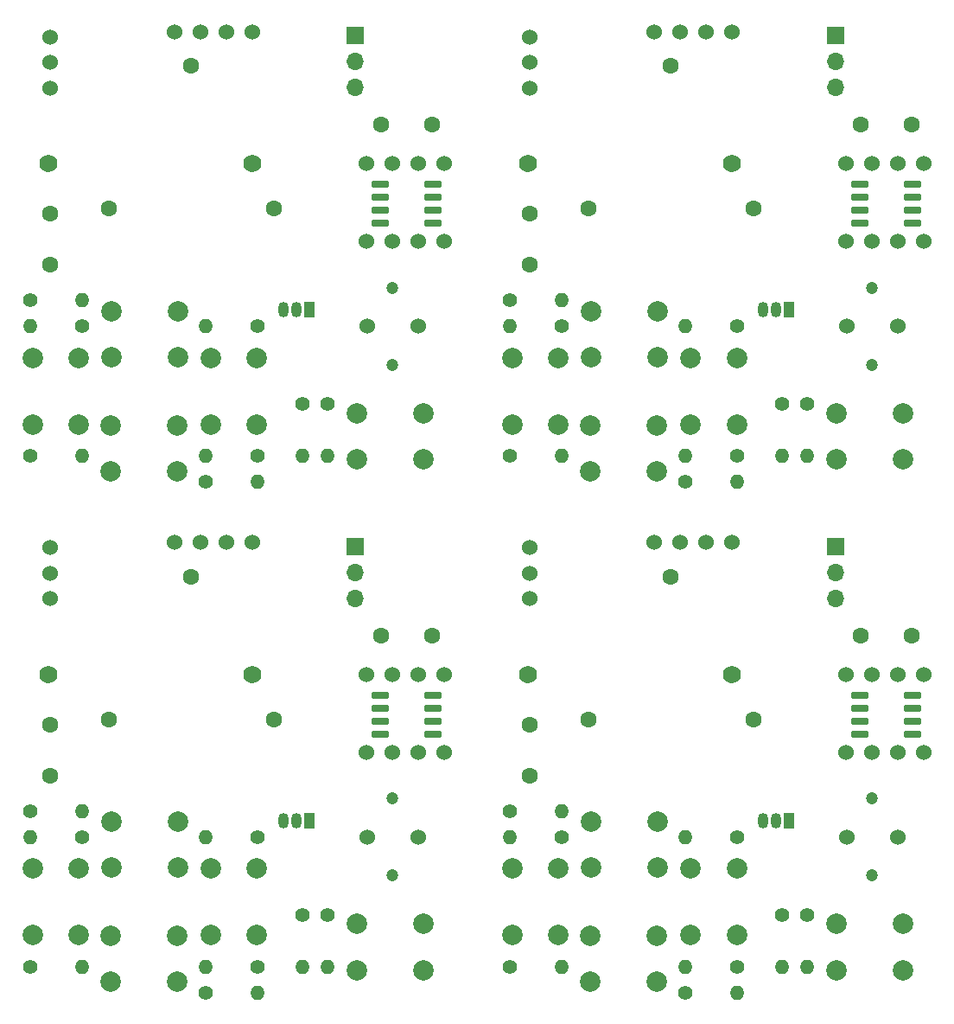
<source format=gts>
%TF.GenerationSoftware,KiCad,Pcbnew,7.0.10-7.0.10~ubuntu22.04.1*%
%TF.CreationDate,2024-01-24T15:57:41+09:00*%
%TF.ProjectId,pcb-ch32-minigameconsole-panelize,7063622d-6368-4333-922d-6d696e696761,rev?*%
%TF.SameCoordinates,Original*%
%TF.FileFunction,Soldermask,Top*%
%TF.FilePolarity,Negative*%
%FSLAX46Y46*%
G04 Gerber Fmt 4.6, Leading zero omitted, Abs format (unit mm)*
G04 Created by KiCad (PCBNEW 7.0.10-7.0.10~ubuntu22.04.1) date 2024-01-24 15:57:41*
%MOMM*%
%LPD*%
G01*
G04 APERTURE LIST*
G04 Aperture macros list*
%AMRoundRect*
0 Rectangle with rounded corners*
0 $1 Rounding radius*
0 $2 $3 $4 $5 $6 $7 $8 $9 X,Y pos of 4 corners*
0 Add a 4 corners polygon primitive as box body*
4,1,4,$2,$3,$4,$5,$6,$7,$8,$9,$2,$3,0*
0 Add four circle primitives for the rounded corners*
1,1,$1+$1,$2,$3*
1,1,$1+$1,$4,$5*
1,1,$1+$1,$6,$7*
1,1,$1+$1,$8,$9*
0 Add four rect primitives between the rounded corners*
20,1,$1+$1,$2,$3,$4,$5,0*
20,1,$1+$1,$4,$5,$6,$7,0*
20,1,$1+$1,$6,$7,$8,$9,0*
20,1,$1+$1,$8,$9,$2,$3,0*%
G04 Aperture macros list end*
%ADD10C,2.000000*%
%ADD11R,1.050000X1.500000*%
%ADD12O,1.050000X1.500000*%
%ADD13C,1.524000*%
%ADD14C,1.200000*%
%ADD15RoundRect,0.150000X-0.725000X-0.150000X0.725000X-0.150000X0.725000X0.150000X-0.725000X0.150000X0*%
%ADD16C,1.600000*%
%ADD17C,1.400000*%
%ADD18O,1.400000X1.400000*%
%ADD19R,1.700000X1.700000*%
%ADD20O,1.700000X1.700000*%
%ADD21C,1.762000*%
G04 APERTURE END LIST*
D10*
%TO.C,SW2*%
X86723000Y-99332000D03*
X93223000Y-99332000D03*
X86723000Y-103832000D03*
X93223000Y-103832000D03*
%TD*%
%TO.C,SW4*%
X96450000Y-110420000D03*
X96450000Y-103920000D03*
X100950000Y-110420000D03*
X100950000Y-103920000D03*
%TD*%
D11*
%TO.C,Q1*%
X59102000Y-49190000D03*
D12*
X57832000Y-49190000D03*
X56562000Y-49190000D03*
%TD*%
D10*
%TO.C,SW2*%
X86723000Y-49332000D03*
X93223000Y-49332000D03*
X86723000Y-53832000D03*
X93223000Y-53832000D03*
%TD*%
D13*
%TO.C,SW1*%
X33655000Y-77500000D03*
X33655000Y-75000000D03*
X33655000Y-72500000D03*
%TD*%
%TO.C,U2*%
X92875000Y-22000000D03*
X95415000Y-22000000D03*
X97955000Y-22000000D03*
X100495000Y-22000000D03*
%TD*%
%TO.C,U2*%
X45875000Y-22000000D03*
X48415000Y-22000000D03*
X50955000Y-22000000D03*
X53495000Y-22000000D03*
%TD*%
D10*
%TO.C,SW2*%
X39723000Y-49332000D03*
X46223000Y-49332000D03*
X39723000Y-53832000D03*
X46223000Y-53832000D03*
%TD*%
D13*
%TO.C,SW1*%
X33655000Y-27500000D03*
X33655000Y-25000000D03*
X33655000Y-22500000D03*
%TD*%
D10*
%TO.C,SW6*%
X110726000Y-59345000D03*
X117226000Y-59345000D03*
X110726000Y-63845000D03*
X117226000Y-63845000D03*
%TD*%
D14*
%TO.C,LS1*%
X67230000Y-47070000D03*
X67230000Y-54570000D03*
D13*
X64730000Y-50820000D03*
X69730000Y-50820000D03*
%TD*%
%TO.C,U1*%
X111649000Y-42545000D03*
D15*
X113028000Y-36924000D03*
D13*
X114189000Y-42545000D03*
D15*
X113028000Y-38194000D03*
D13*
X116729000Y-42545000D03*
D15*
X113028000Y-39464000D03*
D13*
X119269000Y-42545000D03*
D15*
X113028000Y-40734000D03*
X118178000Y-40734000D03*
D13*
X119269000Y-34925000D03*
D15*
X118178000Y-39464000D03*
D13*
X116729000Y-34925000D03*
D15*
X118178000Y-38194000D03*
D13*
X114189000Y-34925000D03*
D15*
X118178000Y-36924000D03*
D13*
X111649000Y-34925000D03*
%TD*%
D10*
%TO.C,SW2*%
X39723000Y-99332000D03*
X46223000Y-99332000D03*
X39723000Y-103832000D03*
X46223000Y-103832000D03*
%TD*%
D13*
%TO.C,U1*%
X111649000Y-92545000D03*
D15*
X113028000Y-86924000D03*
D13*
X114189000Y-92545000D03*
D15*
X113028000Y-88194000D03*
D13*
X116729000Y-92545000D03*
D15*
X113028000Y-89464000D03*
D13*
X119269000Y-92545000D03*
D15*
X113028000Y-90734000D03*
X118178000Y-90734000D03*
D13*
X119269000Y-84925000D03*
D15*
X118178000Y-89464000D03*
D13*
X116729000Y-84925000D03*
D15*
X118178000Y-88194000D03*
D13*
X114189000Y-84925000D03*
D15*
X118178000Y-86924000D03*
D13*
X111649000Y-84925000D03*
%TD*%
D10*
%TO.C,SW3*%
X86596000Y-110508000D03*
X93096000Y-110508000D03*
X86596000Y-115008000D03*
X93096000Y-115008000D03*
%TD*%
%TO.C,SW3*%
X39596000Y-110508000D03*
X46096000Y-110508000D03*
X39596000Y-115008000D03*
X46096000Y-115008000D03*
%TD*%
%TO.C,SW3*%
X86596000Y-60508000D03*
X93096000Y-60508000D03*
X86596000Y-65008000D03*
X93096000Y-65008000D03*
%TD*%
%TO.C,SW4*%
X49450000Y-110420000D03*
X49450000Y-103920000D03*
X53950000Y-110420000D03*
X53950000Y-103920000D03*
%TD*%
D16*
%TO.C,C2*%
X80655000Y-94831000D03*
X80655000Y-89831000D03*
%TD*%
D11*
%TO.C,Q1*%
X106102000Y-49190000D03*
D12*
X104832000Y-49190000D03*
X103562000Y-49190000D03*
%TD*%
D16*
%TO.C,C2*%
X80655000Y-44831000D03*
X80655000Y-39831000D03*
%TD*%
D14*
%TO.C,LS1*%
X114230000Y-97070000D03*
X114230000Y-104570000D03*
D13*
X111730000Y-100820000D03*
X116730000Y-100820000D03*
%TD*%
%TO.C,U2*%
X45875000Y-72000000D03*
X48415000Y-72000000D03*
X50955000Y-72000000D03*
X53495000Y-72000000D03*
%TD*%
D10*
%TO.C,SW5*%
X78996000Y-60420000D03*
X78996000Y-53920000D03*
X83496000Y-60420000D03*
X83496000Y-53920000D03*
%TD*%
%TO.C,SW6*%
X110726000Y-109345000D03*
X117226000Y-109345000D03*
X110726000Y-113845000D03*
X117226000Y-113845000D03*
%TD*%
D11*
%TO.C,Q1*%
X106102000Y-99190000D03*
D12*
X104832000Y-99190000D03*
X103562000Y-99190000D03*
%TD*%
D11*
%TO.C,Q1*%
X59102000Y-99190000D03*
D12*
X57832000Y-99190000D03*
X56562000Y-99190000D03*
%TD*%
D13*
%TO.C,SW1*%
X80655000Y-77500000D03*
X80655000Y-75000000D03*
X80655000Y-72500000D03*
%TD*%
%TO.C,SW1*%
X80655000Y-27500000D03*
X80655000Y-25000000D03*
X80655000Y-22500000D03*
%TD*%
D10*
%TO.C,SW4*%
X96450000Y-60420000D03*
X96450000Y-53920000D03*
X100950000Y-60420000D03*
X100950000Y-53920000D03*
%TD*%
%TO.C,SW3*%
X39596000Y-60508000D03*
X46096000Y-60508000D03*
X39596000Y-65008000D03*
X46096000Y-65008000D03*
%TD*%
D13*
%TO.C,U2*%
X92875000Y-72000000D03*
X95415000Y-72000000D03*
X97955000Y-72000000D03*
X100495000Y-72000000D03*
%TD*%
D10*
%TO.C,SW4*%
X49450000Y-60420000D03*
X49450000Y-53920000D03*
X53950000Y-60420000D03*
X53950000Y-53920000D03*
%TD*%
D14*
%TO.C,LS1*%
X114230000Y-47070000D03*
X114230000Y-54570000D03*
D13*
X111730000Y-50820000D03*
X116730000Y-50820000D03*
%TD*%
D10*
%TO.C,SW6*%
X63726000Y-109345000D03*
X70226000Y-109345000D03*
X63726000Y-113845000D03*
X70226000Y-113845000D03*
%TD*%
%TO.C,SW5*%
X31996000Y-110420000D03*
X31996000Y-103920000D03*
X36496000Y-110420000D03*
X36496000Y-103920000D03*
%TD*%
%TO.C,SW5*%
X78996000Y-110420000D03*
X78996000Y-103920000D03*
X83496000Y-110420000D03*
X83496000Y-103920000D03*
%TD*%
D13*
%TO.C,U1*%
X64649000Y-92545000D03*
D15*
X66028000Y-86924000D03*
D13*
X67189000Y-92545000D03*
D15*
X66028000Y-88194000D03*
D13*
X69729000Y-92545000D03*
D15*
X66028000Y-89464000D03*
D13*
X72269000Y-92545000D03*
D15*
X66028000Y-90734000D03*
X71178000Y-90734000D03*
D13*
X72269000Y-84925000D03*
D15*
X71178000Y-89464000D03*
D13*
X69729000Y-84925000D03*
D15*
X71178000Y-88194000D03*
D13*
X67189000Y-84925000D03*
D15*
X71178000Y-86924000D03*
D13*
X64649000Y-84925000D03*
%TD*%
D10*
%TO.C,SW6*%
X63726000Y-59345000D03*
X70226000Y-59345000D03*
X63726000Y-63845000D03*
X70226000Y-63845000D03*
%TD*%
D13*
%TO.C,U1*%
X64649000Y-42545000D03*
D15*
X66028000Y-36924000D03*
D13*
X67189000Y-42545000D03*
D15*
X66028000Y-38194000D03*
D13*
X69729000Y-42545000D03*
D15*
X66028000Y-39464000D03*
D13*
X72269000Y-42545000D03*
D15*
X66028000Y-40734000D03*
X71178000Y-40734000D03*
D13*
X72269000Y-34925000D03*
D15*
X71178000Y-39464000D03*
D13*
X69729000Y-34925000D03*
D15*
X71178000Y-38194000D03*
D13*
X67189000Y-34925000D03*
D15*
X71178000Y-36924000D03*
D13*
X64649000Y-34925000D03*
%TD*%
D10*
%TO.C,SW5*%
X31996000Y-60420000D03*
X31996000Y-53920000D03*
X36496000Y-60420000D03*
X36496000Y-53920000D03*
%TD*%
D14*
%TO.C,LS1*%
X67230000Y-97070000D03*
X67230000Y-104570000D03*
D13*
X64730000Y-100820000D03*
X69730000Y-100820000D03*
%TD*%
D16*
%TO.C,C2*%
X33655000Y-44831000D03*
X33655000Y-39831000D03*
%TD*%
%TO.C,C2*%
X33655000Y-94831000D03*
X33655000Y-89831000D03*
%TD*%
D17*
%TO.C,R5*%
X36830000Y-100820000D03*
D18*
X31750000Y-100820000D03*
%TD*%
D17*
%TO.C,R5*%
X83830000Y-50820000D03*
D18*
X78750000Y-50820000D03*
%TD*%
D17*
%TO.C,R8*%
X107833000Y-108420000D03*
D18*
X107833000Y-113500000D03*
%TD*%
D17*
%TO.C,R3*%
X54000000Y-100800000D03*
D18*
X48920000Y-100800000D03*
%TD*%
D17*
%TO.C,R4*%
X31750000Y-63500000D03*
D18*
X36830000Y-63500000D03*
%TD*%
D16*
%TO.C,C1*%
X113080000Y-81115000D03*
X118080000Y-81115000D03*
%TD*%
D17*
%TO.C,R2*%
X48895000Y-66040000D03*
D18*
X53975000Y-66040000D03*
%TD*%
D19*
%TO.C,J1*%
X110600000Y-72372000D03*
D20*
X110600000Y-74912000D03*
X110600000Y-77452000D03*
%TD*%
D19*
%TO.C,J1*%
X63600000Y-22372000D03*
D20*
X63600000Y-24912000D03*
X63600000Y-27452000D03*
%TD*%
D17*
%TO.C,R3*%
X101000000Y-100800000D03*
D18*
X95920000Y-100800000D03*
%TD*%
D17*
%TO.C,R2*%
X95895000Y-116040000D03*
D18*
X100975000Y-116040000D03*
%TD*%
D19*
%TO.C,J1*%
X63600000Y-72372000D03*
D20*
X63600000Y-74912000D03*
X63600000Y-77452000D03*
%TD*%
D17*
%TO.C,R4*%
X31750000Y-113500000D03*
D18*
X36830000Y-113500000D03*
%TD*%
D17*
%TO.C,R1*%
X31750000Y-98260000D03*
D18*
X36830000Y-98260000D03*
%TD*%
D17*
%TO.C,R6*%
X54000000Y-113500000D03*
D18*
X48920000Y-113500000D03*
%TD*%
D17*
%TO.C,R2*%
X48895000Y-116040000D03*
D18*
X53975000Y-116040000D03*
%TD*%
D17*
%TO.C,R2*%
X95895000Y-66040000D03*
D18*
X100975000Y-66040000D03*
%TD*%
D17*
%TO.C,R5*%
X36830000Y-50820000D03*
D18*
X31750000Y-50820000D03*
%TD*%
D16*
%TO.C,BT1*%
X86400000Y-39325000D03*
X94500000Y-25325000D03*
X102600000Y-39325000D03*
D21*
X80500000Y-34925000D03*
X100500000Y-34925000D03*
%TD*%
D16*
%TO.C,BT1*%
X39400000Y-39325000D03*
X47500000Y-25325000D03*
X55600000Y-39325000D03*
D21*
X33500000Y-34925000D03*
X53500000Y-34925000D03*
%TD*%
D17*
%TO.C,R8*%
X107833000Y-58420000D03*
D18*
X107833000Y-63500000D03*
%TD*%
D17*
%TO.C,R8*%
X60833000Y-108420000D03*
D18*
X60833000Y-113500000D03*
%TD*%
D17*
%TO.C,R1*%
X78750000Y-48260000D03*
D18*
X83830000Y-48260000D03*
%TD*%
D17*
%TO.C,R1*%
X31750000Y-48260000D03*
D18*
X36830000Y-48260000D03*
%TD*%
D17*
%TO.C,R7*%
X58420000Y-108420000D03*
D18*
X58420000Y-113500000D03*
%TD*%
D17*
%TO.C,R3*%
X54000000Y-50800000D03*
D18*
X48920000Y-50800000D03*
%TD*%
D17*
%TO.C,R7*%
X58420000Y-58420000D03*
D18*
X58420000Y-63500000D03*
%TD*%
D17*
%TO.C,R3*%
X101000000Y-50800000D03*
D18*
X95920000Y-50800000D03*
%TD*%
D16*
%TO.C,C1*%
X66080000Y-81115000D03*
X71080000Y-81115000D03*
%TD*%
D17*
%TO.C,R6*%
X54000000Y-63500000D03*
D18*
X48920000Y-63500000D03*
%TD*%
D17*
%TO.C,R6*%
X101000000Y-63500000D03*
D18*
X95920000Y-63500000D03*
%TD*%
D16*
%TO.C,C1*%
X113080000Y-31115000D03*
X118080000Y-31115000D03*
%TD*%
D17*
%TO.C,R7*%
X105420000Y-108420000D03*
D18*
X105420000Y-113500000D03*
%TD*%
D17*
%TO.C,R1*%
X78750000Y-98260000D03*
D18*
X83830000Y-98260000D03*
%TD*%
D16*
%TO.C,C1*%
X66080000Y-31115000D03*
X71080000Y-31115000D03*
%TD*%
D17*
%TO.C,R4*%
X78750000Y-113500000D03*
D18*
X83830000Y-113500000D03*
%TD*%
D17*
%TO.C,R5*%
X83830000Y-100820000D03*
D18*
X78750000Y-100820000D03*
%TD*%
D17*
%TO.C,R8*%
X60833000Y-58420000D03*
D18*
X60833000Y-63500000D03*
%TD*%
D17*
%TO.C,R4*%
X78750000Y-63500000D03*
D18*
X83830000Y-63500000D03*
%TD*%
D17*
%TO.C,R6*%
X101000000Y-113500000D03*
D18*
X95920000Y-113500000D03*
%TD*%
D17*
%TO.C,R7*%
X105420000Y-58420000D03*
D18*
X105420000Y-63500000D03*
%TD*%
D16*
%TO.C,BT1*%
X39400000Y-89325000D03*
X47500000Y-75325000D03*
X55600000Y-89325000D03*
D21*
X33500000Y-84925000D03*
X53500000Y-84925000D03*
%TD*%
D16*
%TO.C,BT1*%
X86400000Y-89325000D03*
X94500000Y-75325000D03*
X102600000Y-89325000D03*
D21*
X80500000Y-84925000D03*
X100500000Y-84925000D03*
%TD*%
D19*
%TO.C,J1*%
X110600000Y-22372000D03*
D20*
X110600000Y-24912000D03*
X110600000Y-27452000D03*
%TD*%
M02*

</source>
